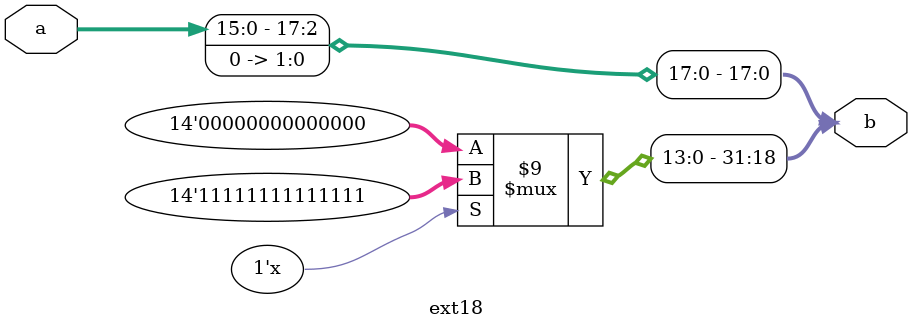
<source format=v>
`timescale 1ns / 1ps



module ext18#(parameter DEPTH=18)(
    input [DEPTH-3:0] a,
    output reg [31:0] b
    );
    always@(a)
    begin
      if(a[DEPTH-1] == 1)
            begin 
                b[31:0] = 32'hffffffff;
                b[DEPTH-1:0] = a[DEPTH-3:0]<<2;
            end
            else
            begin 
                b[31:0] = 32'h00000000;
                b[DEPTH-1:0] = a[DEPTH-3:0]<<2;
            end
    end
endmodule
</source>
